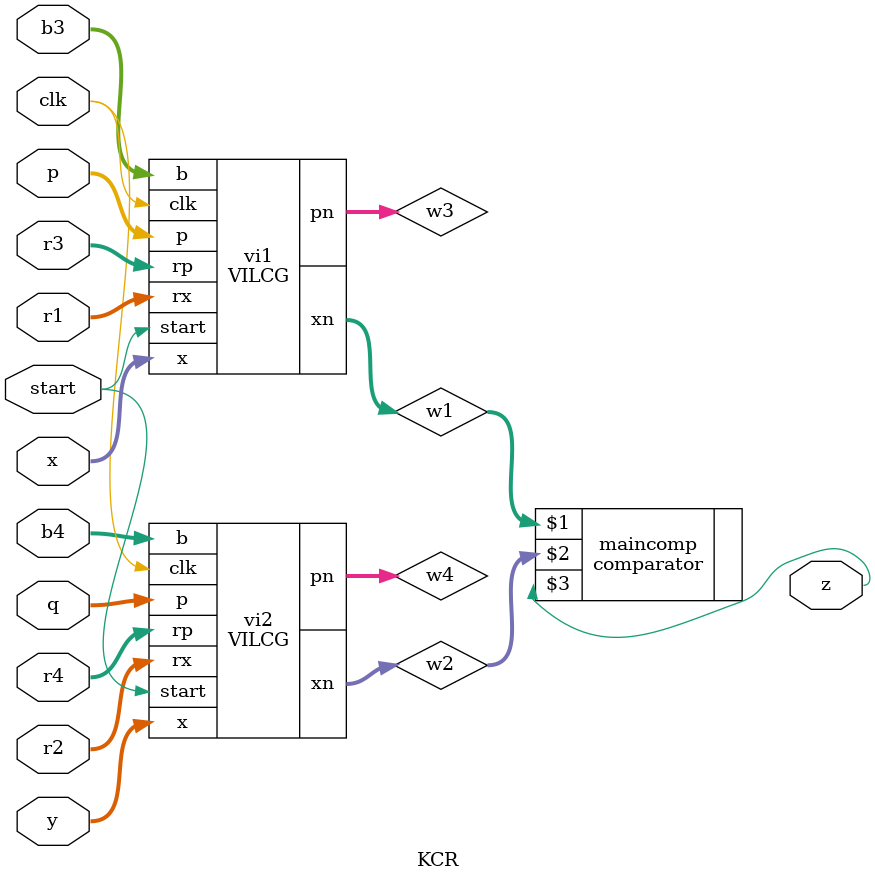
<source format=v>
`timescale 1ns / 1ps

module VILCG(x,p,rx,rp,b,pn,xn,clk,start);
input [7:0]x,p,b;
input [2:0]rx,rp;
output [7:0]xn,pn;
input clk,start;
lcg lcgp(rp,b,p,pn,clk,start);
lcg lcgx(rx,pn,x,xn,clk,start);
endmodule

module KCR(x,y,p,q,r1,r2,r3,r4,b3,b4,z,clk,start);
input [7:0]x,y,p,q;
input [2:0]r1,r2,r3,r4;
input [7:0]b3,b4;
input clk,start;
output z;
wire [7:0]w1,w2,w3,w4;
VILCG vi1(x,p,r1,r3,b3,w3,w1,clk,start);
VILCG vi2(y,q,r2,r4,b4,w4,w2,clk,start);
comparator maincomp(w1,w2,z);
endmodule

</source>
